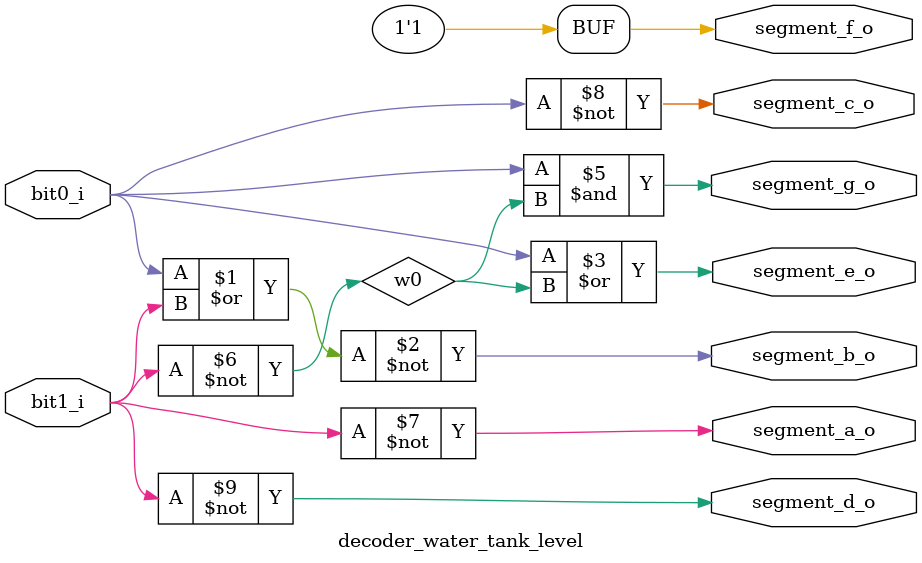
<source format=v>
/* Activates each segment of the 7-segment display based
	on the level of the water tank provided by the encoder. */

module decoder_water_tank_level
(
	input  bit0_i,
	input  bit1_i,
	output segment_a_o,
	output segment_b_o,
	output segment_c_o,
	output segment_d_o,
	output segment_e_o,
	output segment_f_o,
	output segment_g_o
);

	/***************************************************************** 
	 * INPUT POSSIBILITIES | OUTPUT ON DISPLAY | 		MEANING 		  *
	 *---------------------|-------------------|---------------------*
	 * 	      00			  | 			0 	 		 | ERROR / CRIT LEVEL  *
	 *			   01			  |			1	 		 |	LOW LEVEL		     *
	 *          10         |			2	 		 |	MEDIUM LEVEL        *
	 *			   11			  |			3	 		 | HIGH LEVEL	 	     *
	 *****************************************************************/
	
	// Declaring wires
	wire w0;
	
	// Inverting bit1 from encoder
	not inv0(w0, bit1_i);
	
	// Applying several logic gates to activate each segment correctly
	not segment_a_status(segment_a_o, bit1_i); 
	nor segment_b_status(segment_b_o, bit0_i, bit1_i);	
	not segment_c_status(segment_c_o, bit0_i); 
	not segment_d_status(segment_d_o, bit1_i);
	or  segment_e_status(segment_e_o, bit0_i, w0);
	or  segment_f_status(segment_f_o, bit1_i, w0);
	and segment_g_status(segment_g_o, bit0_i, w0);
			
endmodule 

</source>
